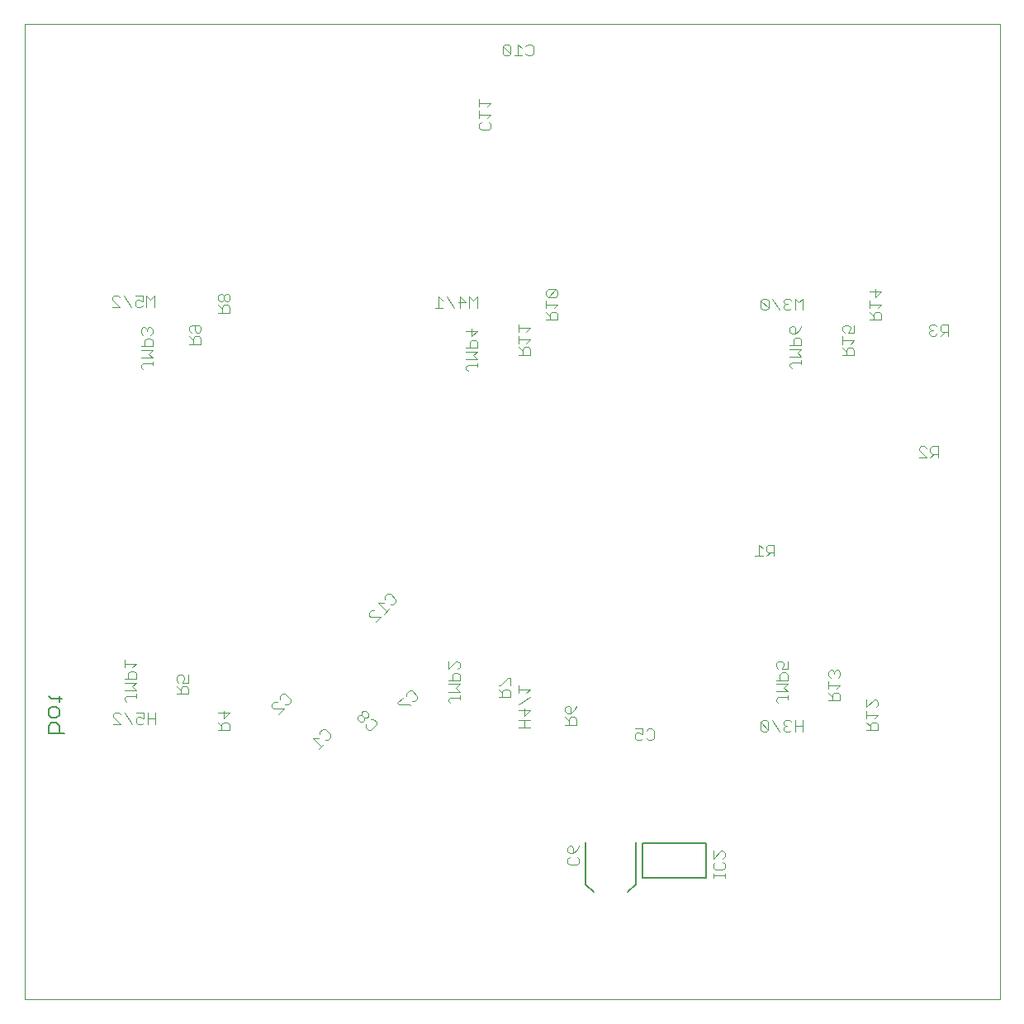
<source format=gbo>
G75*
%MOIN*%
%OFA0B0*%
%FSLAX24Y24*%
%IPPOS*%
%LPD*%
%AMOC8*
5,1,8,0,0,1.08239X$1,22.5*
%
%ADD10C,0.0000*%
%ADD11C,0.0060*%
%ADD12C,0.0080*%
%ADD13C,0.0040*%
D10*
X001661Y002241D02*
X001661Y041611D01*
X041032Y041611D01*
X041032Y002241D01*
X001661Y002241D01*
D11*
X002636Y012980D02*
X002636Y013300D01*
X002743Y013407D01*
X002957Y013407D01*
X003063Y013300D01*
X003063Y012980D01*
X003277Y012980D02*
X002636Y012980D01*
X002743Y013624D02*
X002636Y013731D01*
X002636Y013944D01*
X002743Y014051D01*
X002957Y014051D01*
X003063Y013944D01*
X003063Y013731D01*
X002957Y013624D01*
X002743Y013624D01*
X003063Y014269D02*
X003063Y014482D01*
X003170Y014375D02*
X002743Y014375D01*
X002636Y014482D01*
D12*
X024319Y008587D02*
X024319Y006894D01*
X024634Y006580D01*
X026012Y006580D02*
X026327Y006894D01*
X026327Y008587D01*
X026611Y008567D02*
X029192Y008567D01*
X029192Y007167D01*
X026611Y007167D01*
X026611Y008567D01*
D13*
X024053Y008450D02*
X023977Y008297D01*
X023823Y008143D01*
X023823Y008373D01*
X023746Y008450D01*
X023670Y008450D01*
X023593Y008373D01*
X023593Y008220D01*
X023670Y008143D01*
X023823Y008143D01*
X023670Y007990D02*
X023593Y007913D01*
X023593Y007759D01*
X023670Y007683D01*
X023977Y007683D01*
X024053Y007759D01*
X024053Y007913D01*
X023977Y007990D01*
X026376Y012718D02*
X026299Y012794D01*
X026299Y012948D01*
X026376Y013025D01*
X026453Y013025D01*
X026606Y012948D01*
X026606Y013178D01*
X026299Y013178D01*
X026376Y012718D02*
X026530Y012718D01*
X026606Y012794D01*
X026760Y012794D02*
X026836Y012718D01*
X026990Y012718D01*
X027067Y012794D01*
X027067Y013101D01*
X026990Y013178D01*
X026836Y013178D01*
X026760Y013101D01*
X023949Y013338D02*
X023949Y013568D01*
X023872Y013645D01*
X023719Y013645D01*
X023642Y013568D01*
X023642Y013338D01*
X023642Y013491D02*
X023489Y013645D01*
X023565Y013798D02*
X023489Y013875D01*
X023489Y014028D01*
X023565Y014105D01*
X023642Y014105D01*
X023719Y014028D01*
X023719Y013798D01*
X023565Y013798D01*
X023719Y013798D02*
X023872Y013952D01*
X023949Y014105D01*
X023949Y013338D02*
X023489Y013338D01*
X022061Y013227D02*
X021601Y013227D01*
X021831Y013227D02*
X021831Y013534D01*
X021831Y013688D02*
X021831Y013995D01*
X022061Y013918D02*
X021831Y013688D01*
X022061Y013534D02*
X021601Y013534D01*
X021601Y013918D02*
X022061Y013918D01*
X021601Y014148D02*
X022061Y014455D01*
X021908Y014609D02*
X022061Y014762D01*
X021601Y014762D01*
X021601Y014609D02*
X021601Y014916D01*
X021266Y014921D02*
X021266Y015228D01*
X021189Y015228D01*
X020882Y014921D01*
X020806Y014921D01*
X020806Y014767D02*
X020959Y014614D01*
X020959Y014690D02*
X020959Y014460D01*
X020806Y014460D02*
X021266Y014460D01*
X021266Y014690D01*
X021189Y014767D01*
X021036Y014767D01*
X020959Y014690D01*
X019235Y014669D02*
X019081Y014823D01*
X019235Y014976D01*
X018774Y014976D01*
X018774Y015130D02*
X019235Y015130D01*
X019235Y015360D01*
X019158Y015437D01*
X019005Y015437D01*
X018928Y015360D01*
X018928Y015130D01*
X018774Y015590D02*
X019081Y015897D01*
X019158Y015897D01*
X019235Y015820D01*
X019235Y015667D01*
X019158Y015590D01*
X018774Y015590D02*
X018774Y015897D01*
X018774Y014669D02*
X019235Y014669D01*
X019235Y014516D02*
X019235Y014362D01*
X019235Y014439D02*
X018851Y014439D01*
X018774Y014362D01*
X018774Y014286D01*
X018851Y014209D01*
X017524Y014383D02*
X017415Y014274D01*
X017307Y014274D01*
X017198Y014166D02*
X017253Y014111D01*
X017198Y014166D02*
X016764Y014166D01*
X016710Y014220D01*
X016927Y014437D01*
X017090Y014491D02*
X017090Y014600D01*
X017198Y014708D01*
X017307Y014708D01*
X017524Y014491D01*
X017524Y014383D01*
X015865Y013455D02*
X015865Y013347D01*
X015648Y013130D01*
X015539Y013130D01*
X015431Y013238D01*
X015431Y013347D01*
X015322Y013455D02*
X015377Y013510D01*
X015377Y013618D01*
X015268Y013727D01*
X015160Y013727D01*
X015105Y013672D01*
X015105Y013564D01*
X015214Y013455D01*
X015322Y013455D01*
X015377Y013618D02*
X015485Y013618D01*
X015539Y013672D01*
X015539Y013781D01*
X015431Y013889D01*
X015322Y013889D01*
X015268Y013835D01*
X015268Y013727D01*
X015648Y013564D02*
X015756Y013564D01*
X015865Y013455D01*
X014020Y012944D02*
X014020Y012836D01*
X013911Y012727D01*
X013803Y012727D01*
X013749Y012564D02*
X013532Y012347D01*
X013640Y012456D02*
X013315Y012781D01*
X013532Y012781D01*
X013586Y012944D02*
X013586Y013053D01*
X013694Y013161D01*
X013803Y013161D01*
X014020Y012944D01*
X012406Y014261D02*
X012297Y014152D01*
X012189Y014152D01*
X012134Y013989D02*
X011700Y013989D01*
X011646Y014044D01*
X011646Y014152D01*
X011755Y014261D01*
X011863Y014261D01*
X011972Y014369D02*
X011972Y014478D01*
X012080Y014586D01*
X012189Y014586D01*
X012406Y014369D01*
X012406Y014261D01*
X012134Y013989D02*
X011917Y013772D01*
X009933Y013812D02*
X009703Y013582D01*
X009703Y013889D01*
X009473Y013812D02*
X009933Y013812D01*
X009856Y013428D02*
X009703Y013428D01*
X009626Y013351D01*
X009626Y013121D01*
X009473Y013121D02*
X009933Y013121D01*
X009933Y013351D01*
X009856Y013428D01*
X009626Y013275D02*
X009473Y013428D01*
X008274Y014574D02*
X007813Y014574D01*
X007967Y014574D02*
X007967Y014805D01*
X008044Y014881D01*
X008197Y014881D01*
X008274Y014805D01*
X008274Y014574D01*
X007967Y014728D02*
X007813Y014881D01*
X007890Y015035D02*
X007813Y015112D01*
X007813Y015265D01*
X007890Y015342D01*
X008044Y015342D01*
X008120Y015265D01*
X008120Y015188D01*
X008044Y015035D01*
X008274Y015035D01*
X008274Y015342D01*
X006935Y013822D02*
X006935Y013361D01*
X006935Y013592D02*
X006628Y013592D01*
X006474Y013592D02*
X006321Y013668D01*
X006244Y013668D01*
X006167Y013592D01*
X006167Y013438D01*
X006244Y013361D01*
X006398Y013361D01*
X006474Y013438D01*
X006474Y013592D02*
X006474Y013822D01*
X006167Y013822D01*
X005707Y013822D02*
X006014Y013361D01*
X005554Y013361D02*
X005247Y013668D01*
X005247Y013745D01*
X005323Y013822D01*
X005477Y013822D01*
X005554Y013745D01*
X005554Y013361D02*
X005247Y013361D01*
X005779Y014271D02*
X005703Y014347D01*
X005703Y014424D01*
X005779Y014501D01*
X006163Y014501D01*
X006163Y014577D02*
X006163Y014424D01*
X006163Y014731D02*
X005703Y014731D01*
X005703Y015038D02*
X006163Y015038D01*
X006010Y014884D01*
X006163Y014731D01*
X006163Y015191D02*
X005703Y015191D01*
X005856Y015191D02*
X005856Y015422D01*
X005933Y015498D01*
X006086Y015498D01*
X006163Y015422D01*
X006163Y015191D01*
X006010Y015652D02*
X006163Y015805D01*
X005703Y015805D01*
X005703Y015652D02*
X005703Y015959D01*
X006628Y013822D02*
X006628Y013361D01*
X015564Y017752D02*
X015564Y017861D01*
X015673Y017969D01*
X015781Y017969D01*
X015564Y017752D02*
X015618Y017698D01*
X016052Y017698D01*
X015835Y017481D01*
X016161Y017806D02*
X016378Y018024D01*
X016270Y017915D02*
X015944Y018241D01*
X016161Y018241D01*
X016215Y018403D02*
X016215Y018512D01*
X016324Y018620D01*
X016432Y018620D01*
X016649Y018403D01*
X016649Y018295D01*
X016541Y018186D01*
X016432Y018186D01*
X019560Y027626D02*
X019483Y027703D01*
X019483Y027780D01*
X019560Y027856D01*
X019943Y027856D01*
X019943Y027780D02*
X019943Y027933D01*
X019943Y028087D02*
X019790Y028240D01*
X019943Y028394D01*
X019483Y028394D01*
X019483Y028547D02*
X019943Y028547D01*
X019943Y028777D01*
X019867Y028854D01*
X019713Y028854D01*
X019637Y028777D01*
X019637Y028547D01*
X019713Y029007D02*
X019713Y029314D01*
X019483Y029238D02*
X019943Y029238D01*
X019713Y029007D01*
X019483Y028087D02*
X019943Y028087D01*
X021617Y028267D02*
X022077Y028267D01*
X022077Y028497D01*
X022000Y028574D01*
X021847Y028574D01*
X021770Y028497D01*
X021770Y028267D01*
X021770Y028420D02*
X021617Y028574D01*
X021617Y028727D02*
X021617Y029034D01*
X021617Y028881D02*
X022077Y028881D01*
X021923Y028727D01*
X021923Y029188D02*
X022077Y029341D01*
X021617Y029341D01*
X021617Y029188D02*
X021617Y029495D01*
X022721Y029685D02*
X023181Y029685D01*
X023181Y029915D01*
X023105Y029992D01*
X022951Y029992D01*
X022874Y029915D01*
X022874Y029685D01*
X022874Y029838D02*
X022721Y029992D01*
X022721Y030145D02*
X022721Y030452D01*
X022721Y030299D02*
X023181Y030299D01*
X023028Y030145D01*
X023105Y030606D02*
X022798Y030606D01*
X023105Y030913D01*
X022798Y030913D01*
X022721Y030836D01*
X022721Y030682D01*
X022798Y030606D01*
X023105Y030606D02*
X023181Y030682D01*
X023181Y030836D01*
X023105Y030913D01*
X019927Y030617D02*
X019927Y030157D01*
X019620Y030157D02*
X019620Y030617D01*
X019773Y030464D01*
X019927Y030617D01*
X019467Y030387D02*
X019160Y030387D01*
X019236Y030617D02*
X019467Y030387D01*
X019236Y030157D02*
X019236Y030617D01*
X019006Y030157D02*
X018699Y030617D01*
X018546Y030464D02*
X018392Y030617D01*
X018392Y030157D01*
X018239Y030157D02*
X018546Y030157D01*
X020103Y037358D02*
X020026Y037435D01*
X020026Y037588D01*
X020103Y037665D01*
X020026Y037819D02*
X020026Y038125D01*
X020026Y037972D02*
X020486Y037972D01*
X020333Y037819D01*
X020410Y037665D02*
X020486Y037588D01*
X020486Y037435D01*
X020410Y037358D01*
X020103Y037358D01*
X020026Y038279D02*
X020026Y038586D01*
X020026Y038432D02*
X020486Y038432D01*
X020333Y038279D01*
X021044Y040346D02*
X021197Y040346D01*
X021274Y040422D01*
X020967Y040729D01*
X020967Y040422D01*
X021044Y040346D01*
X021274Y040422D02*
X021274Y040729D01*
X021197Y040806D01*
X021044Y040806D01*
X020967Y040729D01*
X021427Y040346D02*
X021734Y040346D01*
X021581Y040346D02*
X021581Y040806D01*
X021734Y040653D01*
X021888Y040729D02*
X021964Y040806D01*
X022118Y040806D01*
X022195Y040729D01*
X022195Y040422D01*
X022118Y040346D01*
X021964Y040346D01*
X021888Y040422D01*
X031465Y030538D02*
X031388Y030462D01*
X031695Y030155D01*
X031619Y030078D01*
X031465Y030078D01*
X031388Y030155D01*
X031388Y030462D01*
X031465Y030538D02*
X031619Y030538D01*
X031695Y030462D01*
X031695Y030155D01*
X031849Y030538D02*
X032156Y030078D01*
X032309Y030155D02*
X032386Y030078D01*
X032539Y030078D01*
X032616Y030155D01*
X032770Y030078D02*
X032770Y030538D01*
X032923Y030385D01*
X033077Y030538D01*
X033077Y030078D01*
X032616Y030462D02*
X032539Y030538D01*
X032386Y030538D01*
X032309Y030462D01*
X032309Y030385D01*
X032386Y030308D01*
X032309Y030231D01*
X032309Y030155D01*
X032386Y030308D02*
X032463Y030308D01*
X032631Y029425D02*
X032707Y029425D01*
X032784Y029348D01*
X032784Y029118D01*
X032631Y029118D01*
X032554Y029194D01*
X032554Y029348D01*
X032631Y029425D01*
X032938Y029271D02*
X032784Y029118D01*
X032784Y028964D02*
X032707Y028888D01*
X032707Y028657D01*
X032554Y028657D02*
X033014Y028657D01*
X033014Y028888D01*
X032938Y028964D01*
X032784Y028964D01*
X032938Y029271D02*
X033014Y029425D01*
X033014Y028504D02*
X032554Y028504D01*
X032554Y028197D02*
X033014Y028197D01*
X032861Y028350D01*
X033014Y028504D01*
X033014Y028043D02*
X033014Y027890D01*
X033014Y027967D02*
X032631Y027967D01*
X032554Y027890D01*
X032554Y027813D01*
X032631Y027737D01*
X034687Y028243D02*
X035148Y028243D01*
X035148Y028473D01*
X035071Y028550D01*
X034918Y028550D01*
X034841Y028473D01*
X034841Y028243D01*
X034841Y028397D02*
X034687Y028550D01*
X034687Y028704D02*
X034687Y029011D01*
X034687Y028857D02*
X035148Y028857D01*
X034994Y028704D01*
X034918Y029164D02*
X034994Y029317D01*
X034994Y029394D01*
X034918Y029471D01*
X034764Y029471D01*
X034687Y029394D01*
X034687Y029241D01*
X034764Y029164D01*
X034918Y029164D02*
X035148Y029164D01*
X035148Y029471D01*
X035792Y029685D02*
X036252Y029685D01*
X036252Y029915D01*
X036175Y029992D01*
X036022Y029992D01*
X035945Y029915D01*
X035945Y029685D01*
X035945Y029838D02*
X035792Y029992D01*
X035792Y030145D02*
X035792Y030452D01*
X035792Y030299D02*
X036252Y030299D01*
X036099Y030145D01*
X036022Y030606D02*
X036022Y030913D01*
X036252Y030836D02*
X036022Y030606D01*
X035792Y030836D02*
X036252Y030836D01*
X038183Y029422D02*
X038183Y029345D01*
X038260Y029269D01*
X038183Y029192D01*
X038183Y029115D01*
X038260Y029039D01*
X038413Y029039D01*
X038490Y029115D01*
X038644Y029039D02*
X038797Y029192D01*
X038720Y029192D02*
X038951Y029192D01*
X038951Y029039D02*
X038951Y029499D01*
X038720Y029499D01*
X038644Y029422D01*
X038644Y029269D01*
X038720Y029192D01*
X038490Y029422D02*
X038413Y029499D01*
X038260Y029499D01*
X038183Y029422D01*
X038260Y029269D02*
X038337Y029269D01*
X038299Y024578D02*
X038222Y024501D01*
X038222Y024347D01*
X038299Y024271D01*
X038529Y024271D01*
X038375Y024271D02*
X038222Y024117D01*
X038068Y024117D02*
X037761Y024424D01*
X037761Y024501D01*
X037838Y024578D01*
X037992Y024578D01*
X038068Y024501D01*
X038299Y024578D02*
X038529Y024578D01*
X038529Y024117D01*
X038068Y024117D02*
X037761Y024117D01*
X031923Y020601D02*
X031923Y020141D01*
X031923Y020294D02*
X031692Y020294D01*
X031616Y020371D01*
X031616Y020525D01*
X031692Y020601D01*
X031923Y020601D01*
X031769Y020294D02*
X031616Y020141D01*
X031462Y020141D02*
X031155Y020141D01*
X031309Y020141D02*
X031309Y020601D01*
X031462Y020448D01*
X032079Y015905D02*
X032003Y015828D01*
X032003Y015675D01*
X032079Y015598D01*
X032233Y015598D02*
X032310Y015751D01*
X032310Y015828D01*
X032233Y015905D01*
X032079Y015905D01*
X032233Y015598D02*
X032463Y015598D01*
X032463Y015905D01*
X032386Y015445D02*
X032233Y015445D01*
X032156Y015368D01*
X032156Y015138D01*
X032003Y015138D02*
X032463Y015138D01*
X032463Y015368D01*
X032386Y015445D01*
X032463Y014984D02*
X032003Y014984D01*
X032003Y014677D02*
X032463Y014677D01*
X032310Y014831D01*
X032463Y014984D01*
X032463Y014524D02*
X032463Y014370D01*
X032463Y014447D02*
X032079Y014447D01*
X032003Y014370D01*
X032003Y014294D01*
X032079Y014217D01*
X031844Y013523D02*
X032151Y013062D01*
X032304Y013139D02*
X032381Y013062D01*
X032535Y013062D01*
X032611Y013139D01*
X032765Y013062D02*
X032765Y013523D01*
X032611Y013446D02*
X032535Y013523D01*
X032381Y013523D01*
X032304Y013446D01*
X032304Y013369D01*
X032381Y013292D01*
X032304Y013216D01*
X032304Y013139D01*
X032381Y013292D02*
X032458Y013292D01*
X032765Y013292D02*
X033072Y013292D01*
X033072Y013062D02*
X033072Y013523D01*
X034120Y014315D02*
X034581Y014315D01*
X034581Y014545D01*
X034504Y014622D01*
X034351Y014622D01*
X034274Y014545D01*
X034274Y014315D01*
X034274Y014468D02*
X034120Y014622D01*
X034120Y014775D02*
X034120Y015082D01*
X034120Y014929D02*
X034581Y014929D01*
X034427Y014775D01*
X034504Y015236D02*
X034581Y015312D01*
X034581Y015466D01*
X034504Y015543D01*
X034427Y015543D01*
X034351Y015466D01*
X034274Y015543D01*
X034197Y015543D01*
X034120Y015466D01*
X034120Y015312D01*
X034197Y015236D01*
X034351Y015389D02*
X034351Y015466D01*
X035654Y014349D02*
X035654Y014042D01*
X035961Y014349D01*
X036038Y014349D01*
X036114Y014272D01*
X036114Y014119D01*
X036038Y014042D01*
X036114Y013735D02*
X035654Y013735D01*
X035654Y013582D02*
X035654Y013889D01*
X035961Y013582D02*
X036114Y013735D01*
X036038Y013428D02*
X035884Y013428D01*
X035807Y013351D01*
X035807Y013121D01*
X035654Y013121D02*
X036114Y013121D01*
X036114Y013351D01*
X036038Y013428D01*
X035807Y013275D02*
X035654Y013428D01*
X031690Y013446D02*
X031614Y013523D01*
X031460Y013523D01*
X031384Y013446D01*
X031690Y013139D01*
X031614Y013062D01*
X031460Y013062D01*
X031384Y013139D01*
X031384Y013446D01*
X031690Y013446D02*
X031690Y013139D01*
X029856Y008245D02*
X029933Y008169D01*
X029933Y008015D01*
X029856Y007938D01*
X029856Y007785D02*
X029933Y007708D01*
X029933Y007555D01*
X029856Y007478D01*
X029549Y007478D01*
X029473Y007555D01*
X029473Y007708D01*
X029549Y007785D01*
X029473Y007938D02*
X029779Y008245D01*
X029856Y008245D01*
X029473Y008245D02*
X029473Y007938D01*
X029473Y007324D02*
X029473Y007171D01*
X029473Y007248D02*
X029933Y007248D01*
X029933Y007324D02*
X029933Y007171D01*
X008778Y028704D02*
X008778Y028934D01*
X008701Y029011D01*
X008548Y029011D01*
X008471Y028934D01*
X008471Y028704D01*
X008471Y028857D02*
X008317Y029011D01*
X008394Y029164D02*
X008317Y029241D01*
X008317Y029394D01*
X008394Y029471D01*
X008701Y029471D01*
X008778Y029394D01*
X008778Y029241D01*
X008701Y029164D01*
X008624Y029164D01*
X008548Y029241D01*
X008548Y029471D01*
X008778Y028704D02*
X008317Y028704D01*
X009493Y029968D02*
X009953Y029968D01*
X009953Y030198D01*
X009876Y030275D01*
X009723Y030275D01*
X009646Y030198D01*
X009646Y029968D01*
X009646Y030122D02*
X009493Y030275D01*
X009569Y030429D02*
X009646Y030429D01*
X009723Y030505D01*
X009723Y030659D01*
X009646Y030735D01*
X009569Y030735D01*
X009493Y030659D01*
X009493Y030505D01*
X009569Y030429D01*
X009723Y030505D02*
X009799Y030429D01*
X009876Y030429D01*
X009953Y030505D01*
X009953Y030659D01*
X009876Y030735D01*
X009799Y030735D01*
X009723Y030659D01*
X006895Y030656D02*
X006895Y030196D01*
X006589Y030196D02*
X006589Y030656D01*
X006742Y030503D01*
X006895Y030656D01*
X006435Y030656D02*
X006435Y030426D01*
X006282Y030503D01*
X006205Y030503D01*
X006128Y030426D01*
X006128Y030273D01*
X006205Y030196D01*
X006358Y030196D01*
X006435Y030273D01*
X006435Y030656D02*
X006128Y030656D01*
X005668Y030656D02*
X005975Y030196D01*
X005514Y030196D02*
X005207Y030503D01*
X005207Y030580D01*
X005284Y030656D01*
X005438Y030656D01*
X005514Y030580D01*
X005514Y030196D02*
X005207Y030196D01*
X006373Y029301D02*
X006373Y029147D01*
X006450Y029070D01*
X006603Y028917D02*
X006526Y028840D01*
X006526Y028610D01*
X006373Y028610D02*
X006833Y028610D01*
X006833Y028840D01*
X006756Y028917D01*
X006603Y028917D01*
X006756Y029070D02*
X006833Y029147D01*
X006833Y029301D01*
X006756Y029377D01*
X006680Y029377D01*
X006603Y029301D01*
X006526Y029377D01*
X006450Y029377D01*
X006373Y029301D01*
X006603Y029301D02*
X006603Y029224D01*
X006833Y028457D02*
X006373Y028457D01*
X006373Y028150D02*
X006833Y028150D01*
X006680Y028303D01*
X006833Y028457D01*
X006833Y027996D02*
X006833Y027843D01*
X006833Y027919D02*
X006450Y027919D01*
X006373Y027843D01*
X006373Y027766D01*
X006450Y027689D01*
M02*

</source>
